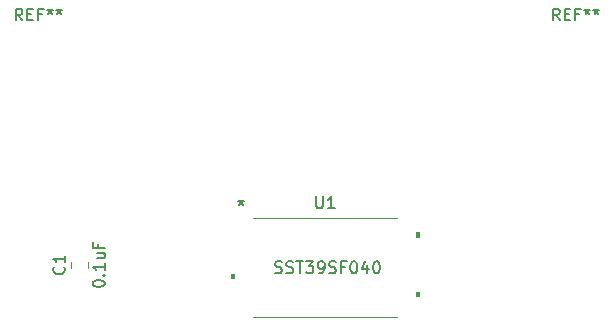
<source format=gbr>
%TF.GenerationSoftware,KiCad,Pcbnew,(6.0.7-1)-1*%
%TF.CreationDate,2023-01-14T18:56:46-08:00*%
%TF.ProjectId,QCard,51436172-642e-46b6-9963-61645f706362,rev?*%
%TF.SameCoordinates,Original*%
%TF.FileFunction,Legend,Top*%
%TF.FilePolarity,Positive*%
%FSLAX46Y46*%
G04 Gerber Fmt 4.6, Leading zero omitted, Abs format (unit mm)*
G04 Created by KiCad (PCBNEW (6.0.7-1)-1) date 2023-01-14 18:56:46*
%MOMM*%
%LPD*%
G01*
G04 APERTURE LIST*
%ADD10C,0.150000*%
%ADD11C,0.100000*%
%ADD12C,0.120000*%
G04 APERTURE END LIST*
D10*
%TO.C,REF\u002A\u002A*%
X98916666Y-48052380D02*
X98583333Y-47576190D01*
X98345238Y-48052380D02*
X98345238Y-47052380D01*
X98726190Y-47052380D01*
X98821428Y-47100000D01*
X98869047Y-47147619D01*
X98916666Y-47242857D01*
X98916666Y-47385714D01*
X98869047Y-47480952D01*
X98821428Y-47528571D01*
X98726190Y-47576190D01*
X98345238Y-47576190D01*
X99345238Y-47528571D02*
X99678571Y-47528571D01*
X99821428Y-48052380D02*
X99345238Y-48052380D01*
X99345238Y-47052380D01*
X99821428Y-47052380D01*
X100583333Y-47528571D02*
X100250000Y-47528571D01*
X100250000Y-48052380D02*
X100250000Y-47052380D01*
X100726190Y-47052380D01*
X101250000Y-47052380D02*
X101250000Y-47290476D01*
X101011904Y-47195238D02*
X101250000Y-47290476D01*
X101488095Y-47195238D01*
X101107142Y-47480952D02*
X101250000Y-47290476D01*
X101392857Y-47480952D01*
X102011904Y-47052380D02*
X102011904Y-47290476D01*
X101773809Y-47195238D02*
X102011904Y-47290476D01*
X102250000Y-47195238D01*
X101869047Y-47480952D02*
X102011904Y-47290476D01*
X102154761Y-47480952D01*
X53416666Y-48052380D02*
X53083333Y-47576190D01*
X52845238Y-48052380D02*
X52845238Y-47052380D01*
X53226190Y-47052380D01*
X53321428Y-47100000D01*
X53369047Y-47147619D01*
X53416666Y-47242857D01*
X53416666Y-47385714D01*
X53369047Y-47480952D01*
X53321428Y-47528571D01*
X53226190Y-47576190D01*
X52845238Y-47576190D01*
X53845238Y-47528571D02*
X54178571Y-47528571D01*
X54321428Y-48052380D02*
X53845238Y-48052380D01*
X53845238Y-47052380D01*
X54321428Y-47052380D01*
X55083333Y-47528571D02*
X54750000Y-47528571D01*
X54750000Y-48052380D02*
X54750000Y-47052380D01*
X55226190Y-47052380D01*
X55750000Y-47052380D02*
X55750000Y-47290476D01*
X55511904Y-47195238D02*
X55750000Y-47290476D01*
X55988095Y-47195238D01*
X55607142Y-47480952D02*
X55750000Y-47290476D01*
X55892857Y-47480952D01*
X56511904Y-47052380D02*
X56511904Y-47290476D01*
X56273809Y-47195238D02*
X56511904Y-47290476D01*
X56750000Y-47195238D01*
X56369047Y-47480952D02*
X56511904Y-47290476D01*
X56654761Y-47480952D01*
%TO.C,U1*%
X78288320Y-62952380D02*
X78288320Y-63761904D01*
X78335939Y-63857142D01*
X78383558Y-63904761D01*
X78478796Y-63952380D01*
X78669272Y-63952380D01*
X78764510Y-63904761D01*
X78812129Y-63857142D01*
X78859748Y-63761904D01*
X78859748Y-62952380D01*
X79859748Y-63952380D02*
X79288320Y-63952380D01*
X79574034Y-63952380D02*
X79574034Y-62952380D01*
X79478796Y-63095238D01*
X79383558Y-63190476D01*
X79288320Y-63238095D01*
X74821428Y-69404761D02*
X74964285Y-69452380D01*
X75202380Y-69452380D01*
X75297619Y-69404761D01*
X75345238Y-69357142D01*
X75392857Y-69261904D01*
X75392857Y-69166666D01*
X75345238Y-69071428D01*
X75297619Y-69023809D01*
X75202380Y-68976190D01*
X75011904Y-68928571D01*
X74916666Y-68880952D01*
X74869047Y-68833333D01*
X74821428Y-68738095D01*
X74821428Y-68642857D01*
X74869047Y-68547619D01*
X74916666Y-68500000D01*
X75011904Y-68452380D01*
X75250000Y-68452380D01*
X75392857Y-68500000D01*
X75773809Y-69404761D02*
X75916666Y-69452380D01*
X76154761Y-69452380D01*
X76250000Y-69404761D01*
X76297619Y-69357142D01*
X76345238Y-69261904D01*
X76345238Y-69166666D01*
X76297619Y-69071428D01*
X76250000Y-69023809D01*
X76154761Y-68976190D01*
X75964285Y-68928571D01*
X75869047Y-68880952D01*
X75821428Y-68833333D01*
X75773809Y-68738095D01*
X75773809Y-68642857D01*
X75821428Y-68547619D01*
X75869047Y-68500000D01*
X75964285Y-68452380D01*
X76202380Y-68452380D01*
X76345238Y-68500000D01*
X76630952Y-68452380D02*
X77202380Y-68452380D01*
X76916666Y-69452380D02*
X76916666Y-68452380D01*
X77440476Y-68452380D02*
X78059523Y-68452380D01*
X77726190Y-68833333D01*
X77869047Y-68833333D01*
X77964285Y-68880952D01*
X78011904Y-68928571D01*
X78059523Y-69023809D01*
X78059523Y-69261904D01*
X78011904Y-69357142D01*
X77964285Y-69404761D01*
X77869047Y-69452380D01*
X77583333Y-69452380D01*
X77488095Y-69404761D01*
X77440476Y-69357142D01*
X78535714Y-69452380D02*
X78726190Y-69452380D01*
X78821428Y-69404761D01*
X78869047Y-69357142D01*
X78964285Y-69214285D01*
X79011904Y-69023809D01*
X79011904Y-68642857D01*
X78964285Y-68547619D01*
X78916666Y-68500000D01*
X78821428Y-68452380D01*
X78630952Y-68452380D01*
X78535714Y-68500000D01*
X78488095Y-68547619D01*
X78440476Y-68642857D01*
X78440476Y-68880952D01*
X78488095Y-68976190D01*
X78535714Y-69023809D01*
X78630952Y-69071428D01*
X78821428Y-69071428D01*
X78916666Y-69023809D01*
X78964285Y-68976190D01*
X79011904Y-68880952D01*
X79392857Y-69404761D02*
X79535714Y-69452380D01*
X79773809Y-69452380D01*
X79869047Y-69404761D01*
X79916666Y-69357142D01*
X79964285Y-69261904D01*
X79964285Y-69166666D01*
X79916666Y-69071428D01*
X79869047Y-69023809D01*
X79773809Y-68976190D01*
X79583333Y-68928571D01*
X79488095Y-68880952D01*
X79440476Y-68833333D01*
X79392857Y-68738095D01*
X79392857Y-68642857D01*
X79440476Y-68547619D01*
X79488095Y-68500000D01*
X79583333Y-68452380D01*
X79821428Y-68452380D01*
X79964285Y-68500000D01*
X80726190Y-68928571D02*
X80392857Y-68928571D01*
X80392857Y-69452380D02*
X80392857Y-68452380D01*
X80869047Y-68452380D01*
X81440476Y-68452380D02*
X81535714Y-68452380D01*
X81630952Y-68500000D01*
X81678571Y-68547619D01*
X81726190Y-68642857D01*
X81773809Y-68833333D01*
X81773809Y-69071428D01*
X81726190Y-69261904D01*
X81678571Y-69357142D01*
X81630952Y-69404761D01*
X81535714Y-69452380D01*
X81440476Y-69452380D01*
X81345238Y-69404761D01*
X81297619Y-69357142D01*
X81250000Y-69261904D01*
X81202380Y-69071428D01*
X81202380Y-68833333D01*
X81250000Y-68642857D01*
X81297619Y-68547619D01*
X81345238Y-68500000D01*
X81440476Y-68452380D01*
X82630952Y-68785714D02*
X82630952Y-69452380D01*
X82392857Y-68404761D02*
X82154761Y-69119047D01*
X82773809Y-69119047D01*
X83345238Y-68452380D02*
X83440476Y-68452380D01*
X83535714Y-68500000D01*
X83583333Y-68547619D01*
X83630952Y-68642857D01*
X83678571Y-68833333D01*
X83678571Y-69071428D01*
X83630952Y-69261904D01*
X83583333Y-69357142D01*
X83535714Y-69404761D01*
X83440476Y-69452380D01*
X83345238Y-69452380D01*
X83250000Y-69404761D01*
X83202380Y-69357142D01*
X83154761Y-69261904D01*
X83107142Y-69071428D01*
X83107142Y-68833333D01*
X83154761Y-68642857D01*
X83202380Y-68547619D01*
X83250000Y-68500000D01*
X83345238Y-68452380D01*
X71947376Y-63232480D02*
X71947376Y-63470576D01*
X71709280Y-63375338D02*
X71947376Y-63470576D01*
X72185471Y-63375338D01*
X71804518Y-63661052D02*
X71947376Y-63470576D01*
X72090233Y-63661052D01*
X71947376Y-63232480D02*
X71947376Y-63470576D01*
X71709280Y-63375338D02*
X71947376Y-63470576D01*
X72185471Y-63375338D01*
X71804518Y-63661052D02*
X71947376Y-63470576D01*
X72090233Y-63661052D01*
%TO.C,C1*%
X56927142Y-68916666D02*
X56974761Y-68964285D01*
X57022380Y-69107142D01*
X57022380Y-69202380D01*
X56974761Y-69345238D01*
X56879523Y-69440476D01*
X56784285Y-69488095D01*
X56593809Y-69535714D01*
X56450952Y-69535714D01*
X56260476Y-69488095D01*
X56165238Y-69440476D01*
X56070000Y-69345238D01*
X56022380Y-69202380D01*
X56022380Y-69107142D01*
X56070000Y-68964285D01*
X56117619Y-68916666D01*
X57022380Y-67964285D02*
X57022380Y-68535714D01*
X57022380Y-68250000D02*
X56022380Y-68250000D01*
X56165238Y-68345238D01*
X56260476Y-68440476D01*
X56308095Y-68535714D01*
X59382380Y-70392857D02*
X59382380Y-70297619D01*
X59430000Y-70202380D01*
X59477619Y-70154761D01*
X59572857Y-70107142D01*
X59763333Y-70059523D01*
X60001428Y-70059523D01*
X60191904Y-70107142D01*
X60287142Y-70154761D01*
X60334761Y-70202380D01*
X60382380Y-70297619D01*
X60382380Y-70392857D01*
X60334761Y-70488095D01*
X60287142Y-70535714D01*
X60191904Y-70583333D01*
X60001428Y-70630952D01*
X59763333Y-70630952D01*
X59572857Y-70583333D01*
X59477619Y-70535714D01*
X59430000Y-70488095D01*
X59382380Y-70392857D01*
X60287142Y-69630952D02*
X60334761Y-69583333D01*
X60382380Y-69630952D01*
X60334761Y-69678571D01*
X60287142Y-69630952D01*
X60382380Y-69630952D01*
X60382380Y-68630952D02*
X60382380Y-69202380D01*
X60382380Y-68916666D02*
X59382380Y-68916666D01*
X59525238Y-69011904D01*
X59620476Y-69107142D01*
X59668095Y-69202380D01*
X59715714Y-67773809D02*
X60382380Y-67773809D01*
X59715714Y-68202380D02*
X60239523Y-68202380D01*
X60334761Y-68154761D01*
X60382380Y-68059523D01*
X60382380Y-67916666D01*
X60334761Y-67821428D01*
X60287142Y-67773809D01*
X59858571Y-66964285D02*
X59858571Y-67297619D01*
X60382380Y-67297619D02*
X59382380Y-67297619D01*
X59382380Y-66821428D01*
%TO.C,U1*%
G36*
X87007524Y-66393000D02*
G01*
X86753524Y-66393000D01*
X86753524Y-66012000D01*
X87007524Y-66012000D01*
X87007524Y-66393000D01*
G37*
D11*
X87007524Y-66393000D02*
X86753524Y-66393000D01*
X86753524Y-66012000D01*
X87007524Y-66012000D01*
X87007524Y-66393000D01*
G36*
X87007524Y-71393001D02*
G01*
X86753524Y-71393001D01*
X86753524Y-71012001D01*
X87007524Y-71012001D01*
X87007524Y-71393001D01*
G37*
X87007524Y-71393001D02*
X86753524Y-71393001D01*
X86753524Y-71012001D01*
X87007524Y-71012001D01*
X87007524Y-71393001D01*
G36*
X71346926Y-69893001D02*
G01*
X71092926Y-69893001D01*
X71092926Y-69512001D01*
X71346926Y-69512001D01*
X71346926Y-69893001D01*
G37*
X71346926Y-69893001D02*
X71092926Y-69893001D01*
X71092926Y-69512001D01*
X71346926Y-69512001D01*
X71346926Y-69893001D01*
D12*
X85133016Y-64774200D02*
X72967434Y-64774200D01*
X72967434Y-73130800D02*
X85133016Y-73130800D01*
%TO.C,C1*%
X58985000Y-69011252D02*
X58985000Y-68488748D01*
X57515000Y-69011252D02*
X57515000Y-68488748D01*
%TD*%
M02*

</source>
